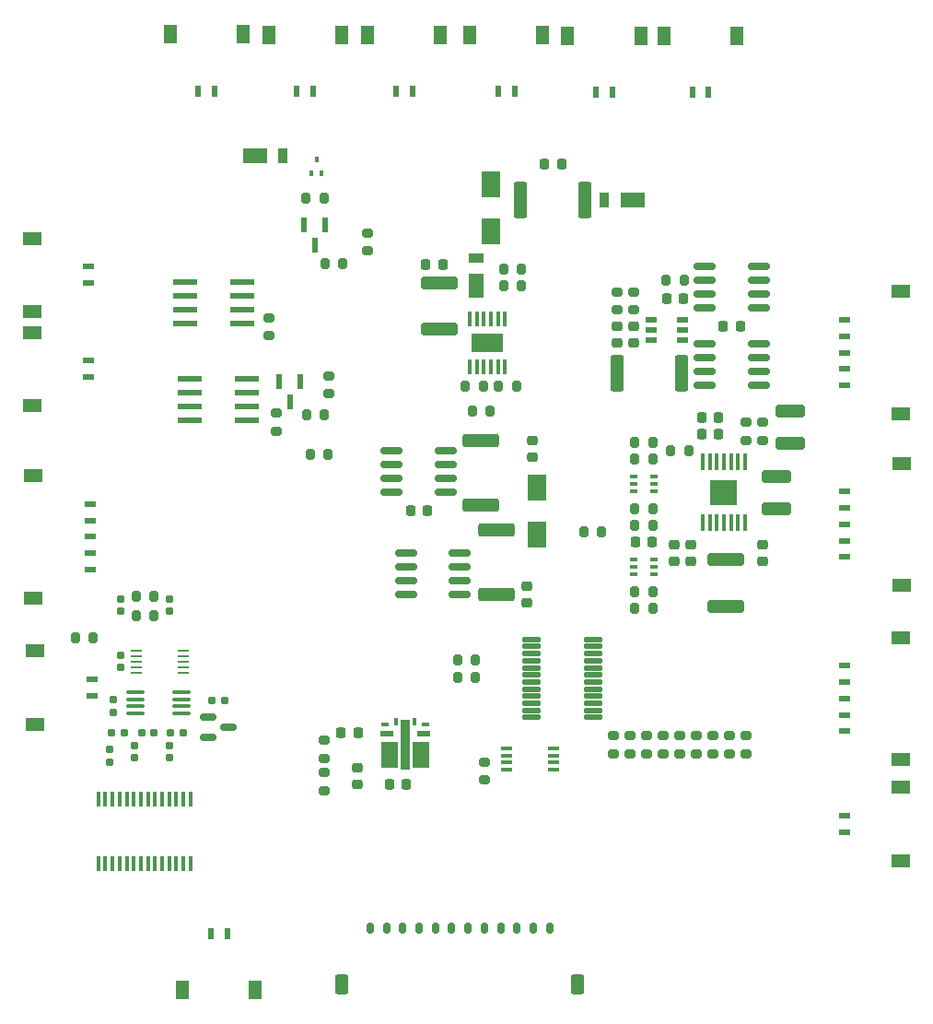
<source format=gbr>
%TF.GenerationSoftware,KiCad,Pcbnew,8.0.4*%
%TF.CreationDate,2025-02-03T16:51:58-05:00*%
%TF.ProjectId,battery_board_v2b,62617474-6572-4795-9f62-6f6172645f76,rev?*%
%TF.SameCoordinates,Original*%
%TF.FileFunction,Paste,Top*%
%TF.FilePolarity,Positive*%
%FSLAX46Y46*%
G04 Gerber Fmt 4.6, Leading zero omitted, Abs format (unit mm)*
G04 Created by KiCad (PCBNEW 8.0.4) date 2025-02-03 16:51:58*
%MOMM*%
%LPD*%
G01*
G04 APERTURE LIST*
G04 Aperture macros list*
%AMRoundRect*
0 Rectangle with rounded corners*
0 $1 Rounding radius*
0 $2 $3 $4 $5 $6 $7 $8 $9 X,Y pos of 4 corners*
0 Add a 4 corners polygon primitive as box body*
4,1,4,$2,$3,$4,$5,$6,$7,$8,$9,$2,$3,0*
0 Add four circle primitives for the rounded corners*
1,1,$1+$1,$2,$3*
1,1,$1+$1,$4,$5*
1,1,$1+$1,$6,$7*
1,1,$1+$1,$8,$9*
0 Add four rect primitives between the rounded corners*
20,1,$1+$1,$2,$3,$4,$5,0*
20,1,$1+$1,$4,$5,$6,$7,0*
20,1,$1+$1,$6,$7,$8,$9,0*
20,1,$1+$1,$8,$9,$2,$3,0*%
G04 Aperture macros list end*
%ADD10C,0.000000*%
%ADD11RoundRect,0.200000X-0.200000X-0.275000X0.200000X-0.275000X0.200000X0.275000X-0.200000X0.275000X0*%
%ADD12RoundRect,0.200000X0.275000X-0.200000X0.275000X0.200000X-0.275000X0.200000X-0.275000X-0.200000X0*%
%ADD13RoundRect,0.225000X-0.250000X0.225000X-0.250000X-0.225000X0.250000X-0.225000X0.250000X0.225000X0*%
%ADD14RoundRect,0.225000X0.250000X-0.225000X0.250000X0.225000X-0.250000X0.225000X-0.250000X-0.225000X0*%
%ADD15RoundRect,0.150000X-0.150000X-0.350000X0.150000X-0.350000X0.150000X0.350000X-0.150000X0.350000X0*%
%ADD16RoundRect,0.250000X-0.375000X-0.650000X0.375000X-0.650000X0.375000X0.650000X-0.375000X0.650000X0*%
%ADD17R,0.900000X1.400000*%
%ADD18R,2.200000X1.400000*%
%ADD19RoundRect,0.225000X-0.225000X-0.250000X0.225000X-0.250000X0.225000X0.250000X-0.225000X0.250000X0*%
%ADD20RoundRect,0.150000X-0.825000X-0.150000X0.825000X-0.150000X0.825000X0.150000X-0.825000X0.150000X0*%
%ADD21R,0.400000X0.510000*%
%ADD22R,0.650000X0.400000*%
%ADD23RoundRect,0.200000X0.200000X0.275000X-0.200000X0.275000X-0.200000X-0.275000X0.200000X-0.275000X0*%
%ADD24R,0.600000X1.000000*%
%ADD25R,1.250000X1.800000*%
%ADD26RoundRect,0.160000X0.197500X0.160000X-0.197500X0.160000X-0.197500X-0.160000X0.197500X-0.160000X0*%
%ADD27R,1.000000X0.600000*%
%ADD28R,1.800000X1.250000*%
%ADD29RoundRect,0.100000X0.712500X0.100000X-0.712500X0.100000X-0.712500X-0.100000X0.712500X-0.100000X0*%
%ADD30RoundRect,0.160000X-0.160000X0.197500X-0.160000X-0.197500X0.160000X-0.197500X0.160000X0.197500X0*%
%ADD31RoundRect,0.150000X-0.587500X-0.150000X0.587500X-0.150000X0.587500X0.150000X-0.587500X0.150000X0*%
%ADD32R,2.209800X0.609600*%
%ADD33RoundRect,0.225000X0.225000X0.250000X-0.225000X0.250000X-0.225000X-0.250000X0.225000X-0.250000X0*%
%ADD34RoundRect,0.250000X1.100000X-0.325000X1.100000X0.325000X-1.100000X0.325000X-1.100000X-0.325000X0*%
%ADD35RoundRect,0.155000X0.155000X-0.212500X0.155000X0.212500X-0.155000X0.212500X-0.155000X-0.212500X0*%
%ADD36RoundRect,0.200000X-0.275000X0.200000X-0.275000X-0.200000X0.275000X-0.200000X0.275000X0.200000X0*%
%ADD37R,1.400000X0.900000*%
%ADD38R,1.400000X2.200000*%
%ADD39R,0.304800X1.600200*%
%ADD40R,2.460000X2.310000*%
%ADD41RoundRect,0.020500X0.764500X0.184500X-0.764500X0.184500X-0.764500X-0.184500X0.764500X-0.184500X0*%
%ADD42RoundRect,0.160000X-0.197500X-0.160000X0.197500X-0.160000X0.197500X0.160000X-0.197500X0.160000X0*%
%ADD43RoundRect,0.155000X-0.155000X0.212500X-0.155000X-0.212500X0.155000X-0.212500X0.155000X0.212500X0*%
%ADD44R,0.558800X1.320800*%
%ADD45R,0.800000X0.400000*%
%ADD46R,1.150000X0.500000*%
%ADD47R,1.600000X2.350000*%
%ADD48R,0.400000X0.800000*%
%ADD49R,0.960000X4.600000*%
%ADD50RoundRect,0.250000X-0.362500X-1.425000X0.362500X-1.425000X0.362500X1.425000X-0.362500X1.425000X0*%
%ADD51RoundRect,0.250000X-1.425000X0.362500X-1.425000X-0.362500X1.425000X-0.362500X1.425000X0.362500X0*%
%ADD52RoundRect,0.250000X-1.450000X0.312500X-1.450000X-0.312500X1.450000X-0.312500X1.450000X0.312500X0*%
%ADD53RoundRect,0.250000X1.450000X-0.312500X1.450000X0.312500X-1.450000X0.312500X-1.450000X-0.312500X0*%
%ADD54RoundRect,0.155000X-0.212500X-0.155000X0.212500X-0.155000X0.212500X0.155000X-0.212500X0.155000X0*%
%ADD55RoundRect,0.250000X0.362500X1.425000X-0.362500X1.425000X-0.362500X-1.425000X0.362500X-1.425000X0*%
%ADD56R,0.450000X1.425000*%
%ADD57R,2.947000X1.753000*%
%ADD58RoundRect,0.250000X-1.100000X0.325000X-1.100000X-0.325000X1.100000X-0.325000X1.100000X0.325000X0*%
%ADD59R,1.100000X0.250000*%
%ADD60R,1.100000X0.400000*%
%ADD61R,1.700000X2.350000*%
%ADD62R,0.450000X1.475000*%
G04 APERTURE END LIST*
D10*
%TO.C,U2*%
G36*
X179180000Y-88064100D02*
G01*
X176720000Y-88064100D01*
X176720000Y-85754100D01*
X179180000Y-85754100D01*
X179180000Y-88064100D01*
G37*
%TD*%
D11*
%TO.C,R43*%
X154800000Y-79450000D03*
X156450000Y-79450000D03*
%TD*%
D12*
%TO.C,R14*%
X145148500Y-64752900D03*
X145148500Y-63102900D03*
%TD*%
D13*
%TO.C,C1*%
X174902000Y-91735100D03*
X174902000Y-93285100D03*
%TD*%
D14*
%TO.C,C16*%
X160325000Y-83675000D03*
X160325000Y-82125000D03*
%TD*%
D15*
%TO.C,J6*%
X145425000Y-126905000D03*
X146925000Y-126905000D03*
X148425000Y-126905000D03*
X149925000Y-126905000D03*
X151425000Y-126905000D03*
X152925000Y-126905000D03*
X154425000Y-126905000D03*
X155925000Y-126905000D03*
X157425000Y-126905000D03*
X158925000Y-126905000D03*
X160425000Y-126905000D03*
X161925000Y-126905000D03*
D16*
X142820000Y-132095000D03*
X164530000Y-132095000D03*
%TD*%
D17*
%TO.C,D5*%
X137434000Y-55977900D03*
D18*
X134884000Y-55977900D03*
%TD*%
D11*
%TO.C,R41*%
X139563899Y-79791599D03*
X141213899Y-79791599D03*
%TD*%
%TO.C,R28*%
X153475000Y-103874800D03*
X155125000Y-103874800D03*
%TD*%
D19*
%TO.C,C17*%
X150548201Y-65986401D03*
X152098201Y-65986401D03*
%TD*%
D20*
%TO.C,Q2*%
X176200000Y-66164000D03*
X176200000Y-67434000D03*
X176200000Y-68704000D03*
X176200000Y-69974000D03*
X181150000Y-69974000D03*
X181150000Y-68704000D03*
X181150000Y-67434000D03*
X181150000Y-66164000D03*
%TD*%
D21*
%TO.C,Q7*%
X139989500Y-57608900D03*
X140989500Y-57608900D03*
X140489500Y-56318900D03*
%TD*%
D22*
%TO.C,Q3*%
X171534000Y-86797100D03*
X171534000Y-86147100D03*
X171534000Y-85497100D03*
X169634000Y-85497100D03*
X169634000Y-86147100D03*
X169634000Y-86797100D03*
%TD*%
D23*
%TO.C,FB1*%
X120000000Y-100250000D03*
X118350000Y-100250000D03*
%TD*%
D24*
%TO.C,J11*%
X176550000Y-50140000D03*
X175050000Y-50140000D03*
D25*
X179155000Y-44950000D03*
X172445000Y-44950000D03*
%TD*%
D26*
%TO.C,R47*%
X128250000Y-109000000D03*
X127055000Y-109000000D03*
%TD*%
D27*
%TO.C,J4*%
X119670000Y-88000000D03*
X119670000Y-89500000D03*
X119670000Y-91000000D03*
X119670000Y-92500000D03*
X119670000Y-94000000D03*
D28*
X114480000Y-85395000D03*
X114480000Y-96605000D03*
%TD*%
D12*
%TO.C,R25*%
X176908800Y-110928561D03*
X176908800Y-109278561D03*
%TD*%
D24*
%TO.C,J15*%
X158700000Y-50090000D03*
X157200000Y-50090000D03*
D25*
X161305000Y-44900000D03*
X154595000Y-44900000D03*
%TD*%
D11*
%TO.C,R29*%
X153475000Y-102300000D03*
X155125000Y-102300000D03*
%TD*%
D12*
%TO.C,R19*%
X175384800Y-110928562D03*
X175384800Y-109278562D03*
%TD*%
D27*
%TO.C,J19*%
X119540000Y-74825000D03*
X119540000Y-76325000D03*
D28*
X114350000Y-72220000D03*
X114350000Y-78930000D03*
%TD*%
D23*
%TO.C,R34*%
X159361801Y-67916800D03*
X157711801Y-67916800D03*
%TD*%
D11*
%TO.C,R2*%
X172643000Y-67434000D03*
X174293000Y-67434000D03*
%TD*%
D29*
%TO.C,U9*%
X128112500Y-107225000D03*
X128112500Y-106575000D03*
X128112500Y-105925000D03*
X128112500Y-105275000D03*
X123887500Y-105275000D03*
X123887500Y-105925000D03*
X123887500Y-106575000D03*
X123887500Y-107225000D03*
%TD*%
D23*
%TO.C,R9*%
X174711000Y-83099100D03*
X173061000Y-83099100D03*
%TD*%
D30*
%TO.C,R46*%
X121500000Y-110500000D03*
X121500000Y-111695000D03*
%TD*%
D12*
%TO.C,R21*%
X169288800Y-110928562D03*
X169288800Y-109278562D03*
%TD*%
D19*
%TO.C,C5*%
X177900000Y-71625000D03*
X179450000Y-71625000D03*
%TD*%
D24*
%TO.C,J7*%
X130790000Y-127420000D03*
X132290000Y-127420000D03*
D25*
X128185000Y-132610000D03*
X134895000Y-132610000D03*
%TD*%
D23*
%TO.C,R33*%
X158875000Y-77175000D03*
X157225000Y-77175000D03*
%TD*%
D31*
%TO.C,U10*%
X130562500Y-107550000D03*
X130562500Y-109450000D03*
X132437500Y-108500000D03*
%TD*%
D26*
%TO.C,R48*%
X122847500Y-109000000D03*
X121652500Y-109000000D03*
%TD*%
D32*
%TO.C,Q6*%
X133680200Y-71423000D03*
X133680200Y-70153000D03*
X133680200Y-68883000D03*
X133680200Y-67613000D03*
X128447800Y-67613000D03*
X128447800Y-68883000D03*
X128447800Y-70153000D03*
X128447800Y-71423000D03*
%TD*%
D33*
%TO.C,C10*%
X177455000Y-81575100D03*
X175905000Y-81575100D03*
%TD*%
D24*
%TO.C,J16*%
X167700000Y-50140000D03*
X166200000Y-50140000D03*
D25*
X170305000Y-44950000D03*
X163595000Y-44950000D03*
%TD*%
D34*
%TO.C,C3*%
X184050000Y-82425000D03*
X184050000Y-79475000D03*
%TD*%
D24*
%TO.C,J13*%
X140200000Y-50090000D03*
X138700000Y-50090000D03*
D25*
X142805000Y-44900000D03*
X136095000Y-44900000D03*
%TD*%
D35*
%TO.C,C26*%
X127000000Y-97817500D03*
X127000000Y-96682500D03*
%TD*%
D20*
%TO.C,Q1*%
X176200000Y-73276000D03*
X176200000Y-74546000D03*
X176200000Y-75816000D03*
X176200000Y-77086000D03*
X181150000Y-77086000D03*
X181150000Y-75816000D03*
X181150000Y-74546000D03*
X181150000Y-73276000D03*
%TD*%
D11*
%TO.C,R32*%
X154200000Y-77175000D03*
X155850000Y-77175000D03*
%TD*%
D24*
%TO.C,J12*%
X131150000Y-50040000D03*
X129650000Y-50040000D03*
D25*
X133755000Y-44850000D03*
X127045000Y-44850000D03*
%TD*%
D14*
%TO.C,C19*%
X144250000Y-113750000D03*
X144250000Y-112200000D03*
%TD*%
D36*
%TO.C,R7*%
X181506000Y-80496100D03*
X181506000Y-82146100D03*
%TD*%
D14*
%TO.C,C6*%
X181506000Y-93285100D03*
X181506000Y-91735100D03*
%TD*%
%TO.C,C8*%
X168134000Y-73175000D03*
X168134000Y-71625000D03*
%TD*%
D37*
%TO.C,D2*%
X155184001Y-65400000D03*
D38*
X155184001Y-67950000D03*
%TD*%
D39*
%TO.C,U2*%
X179900034Y-84140500D03*
X179250021Y-84140500D03*
X178600012Y-84140500D03*
X177950000Y-84140500D03*
X177299988Y-84140500D03*
X176649979Y-84140500D03*
X175999966Y-84140500D03*
X175999966Y-89677700D03*
X176649979Y-89677700D03*
X177299988Y-89677700D03*
X177950000Y-89677700D03*
X178600012Y-89677700D03*
X179250021Y-89677700D03*
X179900034Y-89677700D03*
D40*
X177950000Y-86909100D03*
%TD*%
D41*
%TO.C,U4*%
X165961801Y-107577562D03*
X165961801Y-106927562D03*
X165961801Y-106277562D03*
X165961801Y-105627562D03*
X165961801Y-104977562D03*
X165961801Y-104327562D03*
X165961801Y-103677562D03*
X165961801Y-103027562D03*
X165961801Y-102377562D03*
X165961801Y-101727562D03*
X165961801Y-101077562D03*
X165961801Y-100427562D03*
X160221801Y-100427562D03*
X160221801Y-101077562D03*
X160221801Y-101727562D03*
X160221801Y-102377562D03*
X160221801Y-103027562D03*
X160221801Y-103677562D03*
X160221801Y-104327562D03*
X160221801Y-104977562D03*
X160221801Y-105627562D03*
X160221801Y-106277562D03*
X160221801Y-106927562D03*
X160221801Y-107577562D03*
%TD*%
D33*
%TO.C,C18*%
X163013801Y-56778400D03*
X161463801Y-56778400D03*
%TD*%
D11*
%TO.C,R8*%
X169759000Y-89957100D03*
X171409000Y-89957100D03*
%TD*%
%TO.C,R16*%
X141275500Y-65896900D03*
X142925500Y-65896900D03*
%TD*%
D27*
%TO.C,U1*%
X174106000Y-72956000D03*
X174106000Y-72006000D03*
X174106000Y-71056000D03*
X171306000Y-71056000D03*
X171306000Y-72006000D03*
X171306000Y-72956000D03*
%TD*%
D12*
%TO.C,R40*%
X141608099Y-77873400D03*
X141608099Y-76223400D03*
%TD*%
D23*
%TO.C,R6*%
X166700190Y-90563911D03*
X165050190Y-90563911D03*
%TD*%
D12*
%TO.C,R26*%
X173860800Y-110928562D03*
X173860800Y-109278562D03*
%TD*%
D36*
%TO.C,R4*%
X169658000Y-68514000D03*
X169658000Y-70164000D03*
%TD*%
D42*
%TO.C,R49*%
X130902500Y-106000000D03*
X132097500Y-106000000D03*
%TD*%
D43*
%TO.C,C24*%
X121800000Y-105982500D03*
X121800000Y-107117500D03*
%TD*%
D44*
%TO.C,Q8*%
X139004599Y-76705499D03*
X137099599Y-76705499D03*
X138052099Y-78585099D03*
%TD*%
D45*
%TO.C,IC4*%
X146800000Y-108200000D03*
D46*
X146950000Y-109050000D03*
D47*
X147200000Y-111025000D03*
X150100000Y-111025000D03*
D46*
X150350000Y-109050000D03*
D45*
X150500000Y-108200000D03*
D48*
X149500000Y-108000000D03*
D49*
X148650000Y-110100000D03*
D48*
X147800000Y-108000000D03*
%TD*%
D23*
%TO.C,R10*%
X171409000Y-88433100D03*
X169759000Y-88433100D03*
%TD*%
D27*
%TO.C,J17*%
X119540000Y-66179000D03*
X119540000Y-67679000D03*
D28*
X114350000Y-63574000D03*
X114350000Y-70284000D03*
%TD*%
D23*
%TO.C,R15*%
X171409000Y-83861100D03*
X169759000Y-83861100D03*
%TD*%
D50*
%TO.C,R1*%
X168092500Y-75943000D03*
X174017500Y-75943000D03*
%TD*%
D51*
%TO.C,R22*%
X155641799Y-82116449D03*
X155641799Y-88041449D03*
%TD*%
D27*
%TO.C,J8*%
X189040000Y-118120000D03*
X189040000Y-116620000D03*
D28*
X194230000Y-120725000D03*
X194230000Y-114015000D03*
%TD*%
D20*
%TO.C,U6*%
X148705800Y-92481400D03*
X148705800Y-93751400D03*
X148705800Y-95021400D03*
X148705800Y-96291400D03*
X153655800Y-96291400D03*
X153655800Y-95021400D03*
X153655800Y-93751400D03*
X153655800Y-92481400D03*
%TD*%
D27*
%TO.C,J1*%
X189030000Y-77075000D03*
X189030000Y-75575000D03*
X189030000Y-74075000D03*
X189030000Y-72575000D03*
X189030000Y-71075000D03*
D28*
X194220000Y-79680000D03*
X194220000Y-68470000D03*
%TD*%
D27*
%TO.C,J9*%
X119847500Y-104100000D03*
X119847500Y-105600000D03*
D28*
X114657500Y-101495000D03*
X114657500Y-108205000D03*
%TD*%
D19*
%TO.C,C11*%
X175905000Y-80051100D03*
X177455000Y-80051100D03*
%TD*%
D12*
%TO.C,R20*%
X172336800Y-110928562D03*
X172336800Y-109278562D03*
%TD*%
D52*
%TO.C,L1*%
X178158800Y-93108800D03*
X178158800Y-97383800D03*
%TD*%
D12*
%TO.C,R23*%
X179956800Y-110928562D03*
X179956800Y-109278562D03*
%TD*%
D23*
%TO.C,R11*%
X171409000Y-97577100D03*
X169759000Y-97577100D03*
%TD*%
D53*
%TO.C,L2*%
X151780401Y-71933900D03*
X151780401Y-67658900D03*
%TD*%
D54*
%TO.C,C22*%
X124432500Y-109000000D03*
X125567500Y-109000000D03*
%TD*%
D27*
%TO.C,J2*%
X189080000Y-92850000D03*
X189080000Y-91350000D03*
X189080000Y-89850000D03*
X189080000Y-88350000D03*
X189080000Y-86850000D03*
D28*
X194270000Y-95455000D03*
X194270000Y-84245000D03*
%TD*%
D51*
%TO.C,R37*%
X157022800Y-90407900D03*
X157022800Y-96332900D03*
%TD*%
D11*
%TO.C,R12*%
X169759000Y-96053100D03*
X171409000Y-96053100D03*
%TD*%
D19*
%TO.C,C28*%
X147225000Y-113750000D03*
X148775000Y-113750000D03*
%TD*%
D20*
%TO.C,U3*%
X147425000Y-83095000D03*
X147425000Y-84365000D03*
X147425000Y-85635000D03*
X147425000Y-86905000D03*
X152375000Y-86905000D03*
X152375000Y-85635000D03*
X152375000Y-84365000D03*
X152375000Y-83095000D03*
%TD*%
D14*
%TO.C,C9*%
X169658000Y-73175000D03*
X169658000Y-71625000D03*
%TD*%
D13*
%TO.C,C20*%
X159816800Y-95491000D03*
X159816800Y-97041000D03*
%TD*%
D36*
%TO.C,R3*%
X168134000Y-68514000D03*
X168134000Y-70164000D03*
%TD*%
D12*
%TO.C,R50*%
X141250000Y-114325000D03*
X141250000Y-112675000D03*
%TD*%
%TO.C,R18*%
X178432800Y-110928562D03*
X178432800Y-109278562D03*
%TD*%
D11*
%TO.C,FB3*%
X123925000Y-98250000D03*
X125575000Y-98250000D03*
%TD*%
D55*
%TO.C,R36*%
X165150501Y-60080400D03*
X159225501Y-60080400D03*
%TD*%
D43*
%TO.C,C23*%
X123750000Y-110182500D03*
X123750000Y-111317500D03*
%TD*%
D56*
%TO.C,IC2*%
X154575000Y-75412000D03*
X155225000Y-75412000D03*
X155875000Y-75412000D03*
X156525000Y-75412000D03*
X157175000Y-75412000D03*
X157825000Y-75412000D03*
X157825000Y-70988000D03*
X157175000Y-70988000D03*
X156525000Y-70988000D03*
X155875000Y-70988000D03*
X155225000Y-70988000D03*
X154575000Y-70988000D03*
D57*
X156200000Y-73200000D03*
%TD*%
D11*
%TO.C,FB2*%
X123925000Y-96500000D03*
X125575000Y-96500000D03*
%TD*%
D12*
%TO.C,R42*%
X136832899Y-81277001D03*
X136832899Y-79627001D03*
%TD*%
%TO.C,R27*%
X170812800Y-110928561D03*
X170812800Y-109278561D03*
%TD*%
D17*
%TO.C,D4*%
X166986401Y-60080400D03*
D18*
X169536401Y-60080400D03*
%TD*%
D44*
%TO.C,Q5*%
X141275000Y-62353600D03*
X139370000Y-62353600D03*
X140322500Y-64233200D03*
%TD*%
D19*
%TO.C,C7*%
X172693000Y-69085000D03*
X174243000Y-69085000D03*
%TD*%
D32*
%TO.C,Q9*%
X134115099Y-80325000D03*
X134115099Y-79055000D03*
X134115099Y-77785000D03*
X134115099Y-76515000D03*
X128882699Y-76515000D03*
X128882699Y-77785000D03*
X128882699Y-79055000D03*
X128882699Y-80325000D03*
%TD*%
D35*
%TO.C,C21*%
X127000000Y-111317500D03*
X127000000Y-110182500D03*
%TD*%
D11*
%TO.C,R13*%
X169759000Y-82337100D03*
X171409000Y-82337100D03*
%TD*%
D22*
%TO.C,Q4*%
X171534000Y-94417100D03*
X171534000Y-93767100D03*
X171534000Y-93117100D03*
X169634000Y-93117100D03*
X169634000Y-93767100D03*
X169634000Y-94417100D03*
%TD*%
D19*
%TO.C,C12*%
X169809000Y-91481100D03*
X171359000Y-91481100D03*
%TD*%
D58*
%TO.C,C4*%
X182776000Y-85434100D03*
X182776000Y-88384100D03*
%TD*%
D12*
%TO.C,R38*%
X155900000Y-113325000D03*
X155900000Y-111675000D03*
%TD*%
D13*
%TO.C,C2*%
X173378000Y-91735100D03*
X173378000Y-93285100D03*
%TD*%
D27*
%TO.C,J3*%
X189030000Y-108850000D03*
X189030000Y-107350000D03*
X189030000Y-105850000D03*
X189030000Y-104350000D03*
X189030000Y-102850000D03*
D28*
X194220000Y-111455000D03*
X194220000Y-100245000D03*
%TD*%
D36*
%TO.C,R5*%
X179982000Y-80496100D03*
X179982000Y-82146100D03*
%TD*%
%TO.C,R17*%
X136144000Y-70867000D03*
X136144000Y-72517000D03*
%TD*%
D11*
%TO.C,R39*%
X139522900Y-59929700D03*
X141172900Y-59929700D03*
%TD*%
D59*
%TO.C,U11*%
X123950000Y-101500000D03*
X123950000Y-102000000D03*
X123950000Y-102500000D03*
X123950000Y-103000000D03*
X123950000Y-103500000D03*
X128250000Y-103500000D03*
X128250000Y-103000000D03*
X128250000Y-102500000D03*
X128250000Y-102000000D03*
X128250000Y-101500000D03*
%TD*%
D12*
%TO.C,R24*%
X167771801Y-110927562D03*
X167771801Y-109277562D03*
%TD*%
D33*
%TO.C,C13*%
X144300000Y-109000000D03*
X142750000Y-109000000D03*
%TD*%
D60*
%TO.C,IC3*%
X157950000Y-110425000D03*
X157950000Y-111075000D03*
X157950000Y-111725000D03*
X157950000Y-112375000D03*
X162250000Y-112375000D03*
X162250000Y-111725000D03*
X162250000Y-111075000D03*
X162250000Y-110425000D03*
%TD*%
D35*
%TO.C,C25*%
X122500000Y-103000000D03*
X122500000Y-101865000D03*
%TD*%
D61*
%TO.C,D3*%
X156498401Y-62941600D03*
X156498401Y-58641600D03*
%TD*%
D19*
%TO.C,C14*%
X149175000Y-88550000D03*
X150725000Y-88550000D03*
%TD*%
D24*
%TO.C,J14*%
X149300000Y-50090000D03*
X147800000Y-50090000D03*
D25*
X151905000Y-44900000D03*
X145195000Y-44900000D03*
%TD*%
D62*
%TO.C,IC1*%
X128900000Y-115112000D03*
X128250000Y-115112000D03*
X127600000Y-115112000D03*
X126950000Y-115112000D03*
X126300000Y-115112000D03*
X125650000Y-115112000D03*
X125000000Y-115112000D03*
X124350000Y-115112000D03*
X123700000Y-115112000D03*
X123050000Y-115112000D03*
X122400000Y-115112000D03*
X121750000Y-115112000D03*
X121100000Y-115112000D03*
X120450000Y-115112000D03*
X120450000Y-120988000D03*
X121100000Y-120988000D03*
X121750000Y-120988000D03*
X122400000Y-120988000D03*
X123050000Y-120988000D03*
X123700000Y-120988000D03*
X124350000Y-120988000D03*
X125000000Y-120988000D03*
X125650000Y-120988000D03*
X126300000Y-120988000D03*
X126950000Y-120988000D03*
X127600000Y-120988000D03*
X128250000Y-120988000D03*
X128900000Y-120988000D03*
%TD*%
D61*
%TO.C,D1*%
X160800000Y-86450000D03*
X160800000Y-90750000D03*
%TD*%
D11*
%TO.C,R44*%
X139925000Y-83450000D03*
X141575000Y-83450000D03*
%TD*%
%TO.C,R35*%
X157711801Y-66392800D03*
X159361801Y-66392800D03*
%TD*%
D43*
%TO.C,C27*%
X122500000Y-96682500D03*
X122500000Y-97817500D03*
%TD*%
D12*
%TO.C,R45*%
X141250000Y-111325000D03*
X141250000Y-109675000D03*
%TD*%
M02*

</source>
